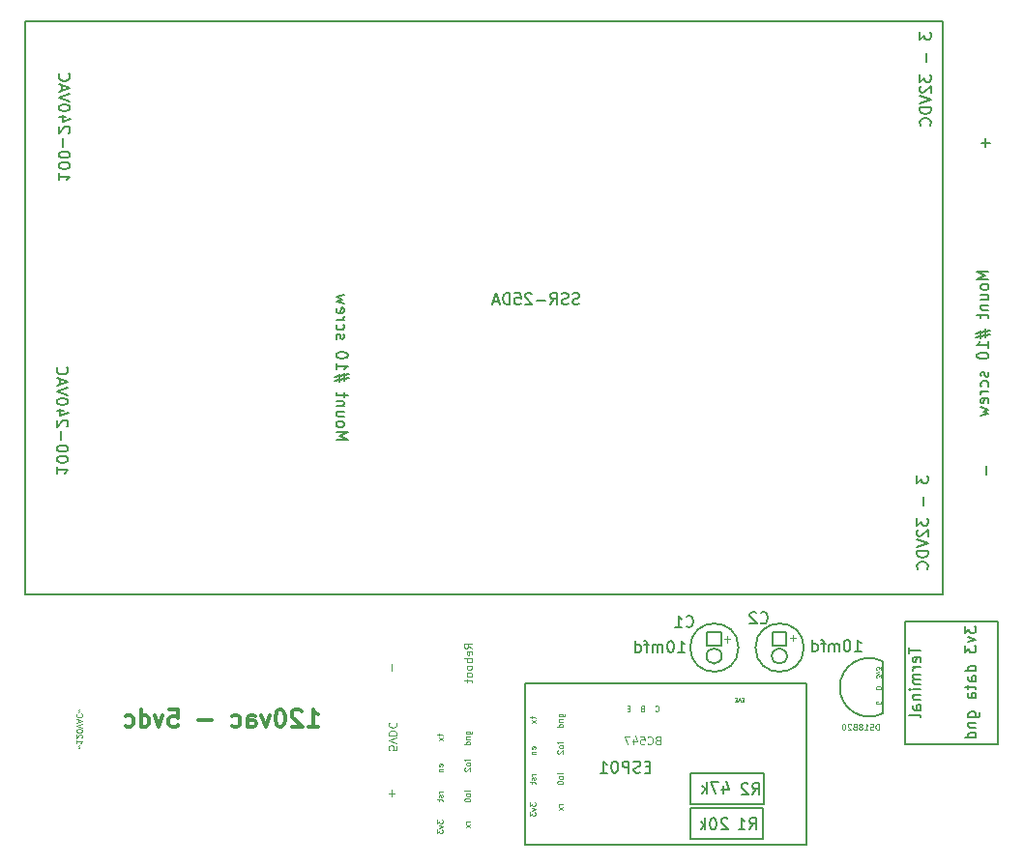
<source format=gbr>
%TF.GenerationSoftware,KiCad,Pcbnew,(6.0.0)*%
%TF.CreationDate,2022-04-24T16:41:59-07:00*%
%TF.ProjectId,Attic_Fan_Controller,41747469-635f-4466-916e-5f436f6e7472,rev?*%
%TF.SameCoordinates,Original*%
%TF.FileFunction,Legend,Bot*%
%TF.FilePolarity,Positive*%
%FSLAX46Y46*%
G04 Gerber Fmt 4.6, Leading zero omitted, Abs format (unit mm)*
G04 Created by KiCad (PCBNEW (6.0.0)) date 2022-04-24 16:41:59*
%MOMM*%
%LPD*%
G01*
G04 APERTURE LIST*
%ADD10C,0.150000*%
%ADD11C,0.200000*%
%ADD12C,0.101600*%
%ADD13C,0.100000*%
%ADD14C,0.300000*%
%ADD15C,0.040000*%
%ADD16C,0.050000*%
%ADD17C,0.090000*%
G04 APERTURE END LIST*
D10*
X77206000Y-83914000D02*
X83566000Y-83914000D01*
X83566000Y-83914000D02*
X83566000Y-86614000D01*
X83566000Y-86614000D02*
X77206000Y-86614000D01*
X77206000Y-86614000D02*
X77206000Y-83914000D01*
X87107602Y-69875400D02*
G75*
G03*
X87107602Y-69875400I-2113701J0D01*
G01*
X93988240Y-71060350D02*
G75*
G03*
X93988240Y-75640350I-1163209J-2290000D01*
G01*
X62686000Y-87122000D02*
X87376000Y-87122000D01*
X87376000Y-87122000D02*
X87376000Y-72996000D01*
X87376000Y-72996000D02*
X62686000Y-72996000D01*
X62686000Y-72996000D02*
X62686000Y-87122000D01*
X85578101Y-68503800D02*
X84333501Y-68503800D01*
X84333501Y-68503800D02*
X84333501Y-69723000D01*
X84333501Y-69723000D02*
X85578101Y-69723000D01*
X85578101Y-69723000D02*
X85578101Y-68503800D01*
X79912782Y-70607619D02*
G75*
G03*
X79912782Y-70607619I-664782J0D01*
G01*
D11*
X104140000Y-67564000D02*
X96012000Y-67564000D01*
X96012000Y-67564000D02*
X96012000Y-78359000D01*
X96012000Y-78359000D02*
X104140000Y-78359000D01*
X104140000Y-78359000D02*
X104140000Y-67564000D01*
D10*
X81387101Y-69871019D02*
G75*
G03*
X81387101Y-69871019I-2113701J0D01*
G01*
X85633283Y-70612000D02*
G75*
G03*
X85633283Y-70612000I-664782J0D01*
G01*
X18934000Y-14986000D02*
X99314000Y-14986000D01*
X99314000Y-14986000D02*
X99314000Y-65236000D01*
X99314000Y-65236000D02*
X18934000Y-65236000D01*
X18934000Y-65236000D02*
X18934000Y-14986000D01*
X79857600Y-68499419D02*
X78613000Y-68499419D01*
X78613000Y-68499419D02*
X78613000Y-69718619D01*
X78613000Y-69718619D02*
X79857600Y-69718619D01*
X79857600Y-69718619D02*
X79857600Y-68499419D01*
X94018240Y-71090350D02*
X94028240Y-75610350D01*
X77211000Y-80899000D02*
X83571000Y-80899000D01*
X83571000Y-80899000D02*
X83571000Y-83599000D01*
X83571000Y-83599000D02*
X77211000Y-83599000D01*
X77211000Y-83599000D02*
X77211000Y-80899000D01*
D12*
X93671571Y-77064809D02*
X93671571Y-76556809D01*
X93550619Y-76556809D01*
X93478047Y-76581000D01*
X93429666Y-76629380D01*
X93405476Y-76677761D01*
X93381285Y-76774523D01*
X93381285Y-76847095D01*
X93405476Y-76943857D01*
X93429666Y-76992238D01*
X93478047Y-77040619D01*
X93550619Y-77064809D01*
X93671571Y-77064809D01*
X93187761Y-77040619D02*
X93115190Y-77064809D01*
X92994238Y-77064809D01*
X92945857Y-77040619D01*
X92921666Y-77016428D01*
X92897476Y-76968047D01*
X92897476Y-76919666D01*
X92921666Y-76871285D01*
X92945857Y-76847095D01*
X92994238Y-76822904D01*
X93091000Y-76798714D01*
X93139380Y-76774523D01*
X93163571Y-76750333D01*
X93187761Y-76701952D01*
X93187761Y-76653571D01*
X93163571Y-76605190D01*
X93139380Y-76581000D01*
X93091000Y-76556809D01*
X92970047Y-76556809D01*
X92897476Y-76581000D01*
X92413666Y-77064809D02*
X92703952Y-77064809D01*
X92558809Y-77064809D02*
X92558809Y-76556809D01*
X92607190Y-76629380D01*
X92655571Y-76677761D01*
X92703952Y-76701952D01*
X92123380Y-76774523D02*
X92171761Y-76750333D01*
X92195952Y-76726142D01*
X92220142Y-76677761D01*
X92220142Y-76653571D01*
X92195952Y-76605190D01*
X92171761Y-76581000D01*
X92123380Y-76556809D01*
X92026619Y-76556809D01*
X91978238Y-76581000D01*
X91954047Y-76605190D01*
X91929857Y-76653571D01*
X91929857Y-76677761D01*
X91954047Y-76726142D01*
X91978238Y-76750333D01*
X92026619Y-76774523D01*
X92123380Y-76774523D01*
X92171761Y-76798714D01*
X92195952Y-76822904D01*
X92220142Y-76871285D01*
X92220142Y-76968047D01*
X92195952Y-77016428D01*
X92171761Y-77040619D01*
X92123380Y-77064809D01*
X92026619Y-77064809D01*
X91978238Y-77040619D01*
X91954047Y-77016428D01*
X91929857Y-76968047D01*
X91929857Y-76871285D01*
X91954047Y-76822904D01*
X91978238Y-76798714D01*
X92026619Y-76774523D01*
X91542809Y-76798714D02*
X91470238Y-76822904D01*
X91446047Y-76847095D01*
X91421857Y-76895476D01*
X91421857Y-76968047D01*
X91446047Y-77016428D01*
X91470238Y-77040619D01*
X91518619Y-77064809D01*
X91712142Y-77064809D01*
X91712142Y-76556809D01*
X91542809Y-76556809D01*
X91494428Y-76581000D01*
X91470238Y-76605190D01*
X91446047Y-76653571D01*
X91446047Y-76701952D01*
X91470238Y-76750333D01*
X91494428Y-76774523D01*
X91542809Y-76798714D01*
X91712142Y-76798714D01*
X91228333Y-76605190D02*
X91204142Y-76581000D01*
X91155761Y-76556809D01*
X91034809Y-76556809D01*
X90986428Y-76581000D01*
X90962238Y-76605190D01*
X90938047Y-76653571D01*
X90938047Y-76701952D01*
X90962238Y-76774523D01*
X91252523Y-77064809D01*
X90938047Y-77064809D01*
X90623571Y-76556809D02*
X90575190Y-76556809D01*
X90526809Y-76581000D01*
X90502619Y-76605190D01*
X90478428Y-76653571D01*
X90454238Y-76750333D01*
X90454238Y-76871285D01*
X90478428Y-76968047D01*
X90502619Y-77016428D01*
X90526809Y-77040619D01*
X90575190Y-77064809D01*
X90623571Y-77064809D01*
X90671952Y-77040619D01*
X90696142Y-77016428D01*
X90720333Y-76968047D01*
X90744523Y-76871285D01*
X90744523Y-76750333D01*
X90720333Y-76653571D01*
X90696142Y-76605190D01*
X90671952Y-76581000D01*
X90623571Y-76556809D01*
D13*
X80098933Y-69138000D02*
X80632266Y-69138000D01*
X80365600Y-69404666D02*
X80365600Y-68871333D01*
D10*
X91562038Y-70200780D02*
X92133466Y-70200780D01*
X91847752Y-70200780D02*
X91847752Y-69200780D01*
X91942990Y-69343638D01*
X92038228Y-69438876D01*
X92133466Y-69486495D01*
X90942990Y-69200780D02*
X90847752Y-69200780D01*
X90752514Y-69248400D01*
X90704895Y-69296019D01*
X90657276Y-69391257D01*
X90609657Y-69581733D01*
X90609657Y-69819828D01*
X90657276Y-70010304D01*
X90704895Y-70105542D01*
X90752514Y-70153161D01*
X90847752Y-70200780D01*
X90942990Y-70200780D01*
X91038228Y-70153161D01*
X91085847Y-70105542D01*
X91133466Y-70010304D01*
X91181085Y-69819828D01*
X91181085Y-69581733D01*
X91133466Y-69391257D01*
X91085847Y-69296019D01*
X91038228Y-69248400D01*
X90942990Y-69200780D01*
X90181085Y-70200780D02*
X90181085Y-69534114D01*
X90181085Y-69629352D02*
X90133466Y-69581733D01*
X90038228Y-69534114D01*
X89895371Y-69534114D01*
X89800133Y-69581733D01*
X89752514Y-69676971D01*
X89752514Y-70200780D01*
X89752514Y-69676971D02*
X89704895Y-69581733D01*
X89609657Y-69534114D01*
X89466800Y-69534114D01*
X89371561Y-69581733D01*
X89323942Y-69676971D01*
X89323942Y-70200780D01*
X88990609Y-69534114D02*
X88609657Y-69534114D01*
X88847752Y-70200780D02*
X88847752Y-69343638D01*
X88800133Y-69248400D01*
X88704895Y-69200780D01*
X88609657Y-69200780D01*
X87847752Y-70200780D02*
X87847752Y-69200780D01*
X87847752Y-70153161D02*
X87942990Y-70200780D01*
X88133466Y-70200780D01*
X88228704Y-70153161D01*
X88276323Y-70105542D01*
X88323942Y-70010304D01*
X88323942Y-69724590D01*
X88276323Y-69629352D01*
X88228704Y-69581733D01*
X88133466Y-69534114D01*
X87942990Y-69534114D01*
X87847752Y-69581733D01*
D13*
X74299600Y-77978800D02*
X74199600Y-78012133D01*
X74166266Y-78045466D01*
X74132933Y-78112133D01*
X74132933Y-78212133D01*
X74166266Y-78278800D01*
X74199600Y-78312133D01*
X74266266Y-78345466D01*
X74532933Y-78345466D01*
X74532933Y-77645466D01*
X74299600Y-77645466D01*
X74232933Y-77678800D01*
X74199600Y-77712133D01*
X74166266Y-77778800D01*
X74166266Y-77845466D01*
X74199600Y-77912133D01*
X74232933Y-77945466D01*
X74299600Y-77978800D01*
X74532933Y-77978800D01*
X73432933Y-78278800D02*
X73466266Y-78312133D01*
X73566266Y-78345466D01*
X73632933Y-78345466D01*
X73732933Y-78312133D01*
X73799600Y-78245466D01*
X73832933Y-78178800D01*
X73866266Y-78045466D01*
X73866266Y-77945466D01*
X73832933Y-77812133D01*
X73799600Y-77745466D01*
X73732933Y-77678800D01*
X73632933Y-77645466D01*
X73566266Y-77645466D01*
X73466266Y-77678800D01*
X73432933Y-77712133D01*
X72799600Y-77645466D02*
X73132933Y-77645466D01*
X73166266Y-77978800D01*
X73132933Y-77945466D01*
X73066266Y-77912133D01*
X72899600Y-77912133D01*
X72832933Y-77945466D01*
X72799600Y-77978800D01*
X72766266Y-78045466D01*
X72766266Y-78212133D01*
X72799600Y-78278800D01*
X72832933Y-78312133D01*
X72899600Y-78345466D01*
X73066266Y-78345466D01*
X73132933Y-78312133D01*
X73166266Y-78278800D01*
X72166266Y-77878800D02*
X72166266Y-78345466D01*
X72332933Y-77612133D02*
X72499600Y-78112133D01*
X72066266Y-78112133D01*
X71866266Y-77645466D02*
X71399600Y-77645466D01*
X71699600Y-78345466D01*
D10*
X76798466Y-67997342D02*
X76846085Y-68044961D01*
X76988942Y-68092580D01*
X77084180Y-68092580D01*
X77227038Y-68044961D01*
X77322276Y-67949723D01*
X77369895Y-67854485D01*
X77417514Y-67664009D01*
X77417514Y-67521152D01*
X77369895Y-67330676D01*
X77322276Y-67235438D01*
X77227038Y-67140200D01*
X77084180Y-67092580D01*
X76988942Y-67092580D01*
X76846085Y-67140200D01*
X76798466Y-67187819D01*
X75846085Y-68092580D02*
X76417514Y-68092580D01*
X76131800Y-68092580D02*
X76131800Y-67092580D01*
X76227038Y-67235438D01*
X76322276Y-67330676D01*
X76417514Y-67378295D01*
D14*
X43690228Y-76802371D02*
X44547371Y-76802371D01*
X44118800Y-76802371D02*
X44118800Y-75302371D01*
X44261657Y-75516657D01*
X44404514Y-75659514D01*
X44547371Y-75730942D01*
X43118800Y-75445228D02*
X43047371Y-75373800D01*
X42904514Y-75302371D01*
X42547371Y-75302371D01*
X42404514Y-75373800D01*
X42333085Y-75445228D01*
X42261657Y-75588085D01*
X42261657Y-75730942D01*
X42333085Y-75945228D01*
X43190228Y-76802371D01*
X42261657Y-76802371D01*
X41333085Y-75302371D02*
X41190228Y-75302371D01*
X41047371Y-75373800D01*
X40975942Y-75445228D01*
X40904514Y-75588085D01*
X40833085Y-75873800D01*
X40833085Y-76230942D01*
X40904514Y-76516657D01*
X40975942Y-76659514D01*
X41047371Y-76730942D01*
X41190228Y-76802371D01*
X41333085Y-76802371D01*
X41475942Y-76730942D01*
X41547371Y-76659514D01*
X41618800Y-76516657D01*
X41690228Y-76230942D01*
X41690228Y-75873800D01*
X41618800Y-75588085D01*
X41547371Y-75445228D01*
X41475942Y-75373800D01*
X41333085Y-75302371D01*
X40333085Y-75802371D02*
X39975942Y-76802371D01*
X39618800Y-75802371D01*
X38404514Y-76802371D02*
X38404514Y-76016657D01*
X38475942Y-75873800D01*
X38618800Y-75802371D01*
X38904514Y-75802371D01*
X39047371Y-75873800D01*
X38404514Y-76730942D02*
X38547371Y-76802371D01*
X38904514Y-76802371D01*
X39047371Y-76730942D01*
X39118800Y-76588085D01*
X39118800Y-76445228D01*
X39047371Y-76302371D01*
X38904514Y-76230942D01*
X38547371Y-76230942D01*
X38404514Y-76159514D01*
X37047371Y-76730942D02*
X37190228Y-76802371D01*
X37475942Y-76802371D01*
X37618800Y-76730942D01*
X37690228Y-76659514D01*
X37761657Y-76516657D01*
X37761657Y-76088085D01*
X37690228Y-75945228D01*
X37618800Y-75873800D01*
X37475942Y-75802371D01*
X37190228Y-75802371D01*
X37047371Y-75873800D01*
X35261657Y-76230942D02*
X34118800Y-76230942D01*
X31547371Y-75302371D02*
X32261657Y-75302371D01*
X32333085Y-76016657D01*
X32261657Y-75945228D01*
X32118800Y-75873800D01*
X31761657Y-75873800D01*
X31618800Y-75945228D01*
X31547371Y-76016657D01*
X31475942Y-76159514D01*
X31475942Y-76516657D01*
X31547371Y-76659514D01*
X31618800Y-76730942D01*
X31761657Y-76802371D01*
X32118800Y-76802371D01*
X32261657Y-76730942D01*
X32333085Y-76659514D01*
X30975942Y-75802371D02*
X30618800Y-76802371D01*
X30261657Y-75802371D01*
X29047371Y-76802371D02*
X29047371Y-75302371D01*
X29047371Y-76730942D02*
X29190228Y-76802371D01*
X29475942Y-76802371D01*
X29618800Y-76730942D01*
X29690228Y-76659514D01*
X29761657Y-76516657D01*
X29761657Y-76088085D01*
X29690228Y-75945228D01*
X29618800Y-75873800D01*
X29475942Y-75802371D01*
X29190228Y-75802371D01*
X29047371Y-75873800D01*
X27690228Y-76730942D02*
X27833085Y-76802371D01*
X28118800Y-76802371D01*
X28261657Y-76730942D01*
X28333085Y-76659514D01*
X28404514Y-76516657D01*
X28404514Y-76088085D01*
X28333085Y-75945228D01*
X28261657Y-75873800D01*
X28118800Y-75802371D01*
X27833085Y-75802371D01*
X27690228Y-75873800D01*
D13*
X58050866Y-69937466D02*
X57717533Y-69704133D01*
X58050866Y-69537466D02*
X57350866Y-69537466D01*
X57350866Y-69804133D01*
X57384200Y-69870800D01*
X57417533Y-69904133D01*
X57484200Y-69937466D01*
X57584200Y-69937466D01*
X57650866Y-69904133D01*
X57684200Y-69870800D01*
X57717533Y-69804133D01*
X57717533Y-69537466D01*
X58017533Y-70504133D02*
X58050866Y-70437466D01*
X58050866Y-70304133D01*
X58017533Y-70237466D01*
X57950866Y-70204133D01*
X57684200Y-70204133D01*
X57617533Y-70237466D01*
X57584200Y-70304133D01*
X57584200Y-70437466D01*
X57617533Y-70504133D01*
X57684200Y-70537466D01*
X57750866Y-70537466D01*
X57817533Y-70204133D01*
X58050866Y-70837466D02*
X57350866Y-70837466D01*
X57617533Y-70837466D02*
X57584200Y-70904133D01*
X57584200Y-71037466D01*
X57617533Y-71104133D01*
X57650866Y-71137466D01*
X57717533Y-71170800D01*
X57917533Y-71170800D01*
X57984200Y-71137466D01*
X58017533Y-71104133D01*
X58050866Y-71037466D01*
X58050866Y-70904133D01*
X58017533Y-70837466D01*
X58050866Y-71570800D02*
X58017533Y-71504133D01*
X57984200Y-71470800D01*
X57917533Y-71437466D01*
X57717533Y-71437466D01*
X57650866Y-71470800D01*
X57617533Y-71504133D01*
X57584200Y-71570800D01*
X57584200Y-71670800D01*
X57617533Y-71737466D01*
X57650866Y-71770800D01*
X57717533Y-71804133D01*
X57917533Y-71804133D01*
X57984200Y-71770800D01*
X58017533Y-71737466D01*
X58050866Y-71670800D01*
X58050866Y-71570800D01*
X58050866Y-72204133D02*
X58017533Y-72137466D01*
X57984200Y-72104133D01*
X57917533Y-72070800D01*
X57717533Y-72070800D01*
X57650866Y-72104133D01*
X57617533Y-72137466D01*
X57584200Y-72204133D01*
X57584200Y-72304133D01*
X57617533Y-72370800D01*
X57650866Y-72404133D01*
X57717533Y-72437466D01*
X57917533Y-72437466D01*
X57984200Y-72404133D01*
X58017533Y-72370800D01*
X58050866Y-72304133D01*
X58050866Y-72204133D01*
X57584200Y-72637466D02*
X57584200Y-72904133D01*
X57350866Y-72737466D02*
X57950866Y-72737466D01*
X58017533Y-72770800D01*
X58050866Y-72837466D01*
X58050866Y-72904133D01*
D10*
X46182019Y-51650114D02*
X47182019Y-51650114D01*
X46467733Y-51316780D01*
X47182019Y-50983447D01*
X46182019Y-50983447D01*
X46182019Y-50364400D02*
X46229638Y-50459638D01*
X46277257Y-50507257D01*
X46372495Y-50554876D01*
X46658209Y-50554876D01*
X46753447Y-50507257D01*
X46801066Y-50459638D01*
X46848685Y-50364400D01*
X46848685Y-50221542D01*
X46801066Y-50126304D01*
X46753447Y-50078685D01*
X46658209Y-50031066D01*
X46372495Y-50031066D01*
X46277257Y-50078685D01*
X46229638Y-50126304D01*
X46182019Y-50221542D01*
X46182019Y-50364400D01*
X46848685Y-49173923D02*
X46182019Y-49173923D01*
X46848685Y-49602495D02*
X46324876Y-49602495D01*
X46229638Y-49554876D01*
X46182019Y-49459638D01*
X46182019Y-49316780D01*
X46229638Y-49221542D01*
X46277257Y-49173923D01*
X46848685Y-48697733D02*
X46182019Y-48697733D01*
X46753447Y-48697733D02*
X46801066Y-48650114D01*
X46848685Y-48554876D01*
X46848685Y-48412019D01*
X46801066Y-48316780D01*
X46705828Y-48269161D01*
X46182019Y-48269161D01*
X46848685Y-47935828D02*
X46848685Y-47554876D01*
X47182019Y-47792971D02*
X46324876Y-47792971D01*
X46229638Y-47745352D01*
X46182019Y-47650114D01*
X46182019Y-47554876D01*
X46848685Y-46507257D02*
X46848685Y-45792971D01*
X47277257Y-46221542D02*
X45991542Y-46507257D01*
X46420114Y-45888209D02*
X46420114Y-46602495D01*
X45991542Y-46173923D02*
X47277257Y-45888209D01*
X46182019Y-44935828D02*
X46182019Y-45507257D01*
X46182019Y-45221542D02*
X47182019Y-45221542D01*
X47039161Y-45316780D01*
X46943923Y-45412019D01*
X46896304Y-45507257D01*
X47182019Y-44316780D02*
X47182019Y-44221542D01*
X47134400Y-44126304D01*
X47086780Y-44078685D01*
X46991542Y-44031066D01*
X46801066Y-43983447D01*
X46562971Y-43983447D01*
X46372495Y-44031066D01*
X46277257Y-44078685D01*
X46229638Y-44126304D01*
X46182019Y-44221542D01*
X46182019Y-44316780D01*
X46229638Y-44412019D01*
X46277257Y-44459638D01*
X46372495Y-44507257D01*
X46562971Y-44554876D01*
X46801066Y-44554876D01*
X46991542Y-44507257D01*
X47086780Y-44459638D01*
X47134400Y-44412019D01*
X47182019Y-44316780D01*
X46229638Y-42840590D02*
X46182019Y-42745352D01*
X46182019Y-42554876D01*
X46229638Y-42459638D01*
X46324876Y-42412019D01*
X46372495Y-42412019D01*
X46467733Y-42459638D01*
X46515352Y-42554876D01*
X46515352Y-42697733D01*
X46562971Y-42792971D01*
X46658209Y-42840590D01*
X46705828Y-42840590D01*
X46801066Y-42792971D01*
X46848685Y-42697733D01*
X46848685Y-42554876D01*
X46801066Y-42459638D01*
X46229638Y-41554876D02*
X46182019Y-41650114D01*
X46182019Y-41840590D01*
X46229638Y-41935828D01*
X46277257Y-41983447D01*
X46372495Y-42031066D01*
X46658209Y-42031066D01*
X46753447Y-41983447D01*
X46801066Y-41935828D01*
X46848685Y-41840590D01*
X46848685Y-41650114D01*
X46801066Y-41554876D01*
X46182019Y-41126304D02*
X46848685Y-41126304D01*
X46658209Y-41126304D02*
X46753447Y-41078685D01*
X46801066Y-41031066D01*
X46848685Y-40935828D01*
X46848685Y-40840590D01*
X46229638Y-40126304D02*
X46182019Y-40221542D01*
X46182019Y-40412019D01*
X46229638Y-40507257D01*
X46324876Y-40554876D01*
X46705828Y-40554876D01*
X46801066Y-40507257D01*
X46848685Y-40412019D01*
X46848685Y-40221542D01*
X46801066Y-40126304D01*
X46705828Y-40078685D01*
X46610590Y-40078685D01*
X46515352Y-40554876D01*
X46848685Y-39745352D02*
X46182019Y-39554876D01*
X46658209Y-39364400D01*
X46182019Y-39173923D01*
X46848685Y-38983447D01*
X82589666Y-82748380D02*
X82923000Y-82272190D01*
X83161095Y-82748380D02*
X83161095Y-81748380D01*
X82780142Y-81748380D01*
X82684904Y-81796000D01*
X82637285Y-81843619D01*
X82589666Y-81938857D01*
X82589666Y-82081714D01*
X82637285Y-82176952D01*
X82684904Y-82224571D01*
X82780142Y-82272190D01*
X83161095Y-82272190D01*
X82208714Y-81843619D02*
X82161095Y-81796000D01*
X82065857Y-81748380D01*
X81827761Y-81748380D01*
X81732523Y-81796000D01*
X81684904Y-81843619D01*
X81637285Y-81938857D01*
X81637285Y-82034095D01*
X81684904Y-82176952D01*
X82256333Y-82748380D01*
X81637285Y-82748380D01*
D15*
X74108333Y-75413371D02*
X74132142Y-75437180D01*
X74203571Y-75460990D01*
X74251190Y-75460990D01*
X74322619Y-75437180D01*
X74370238Y-75389561D01*
X74394047Y-75341942D01*
X74417857Y-75246704D01*
X74417857Y-75175276D01*
X74394047Y-75080038D01*
X74370238Y-75032419D01*
X74322619Y-74984800D01*
X74251190Y-74960990D01*
X74203571Y-74960990D01*
X74132142Y-74984800D01*
X74108333Y-75008609D01*
X72965476Y-75199085D02*
X72894047Y-75222895D01*
X72870238Y-75246704D01*
X72846428Y-75294323D01*
X72846428Y-75365752D01*
X72870238Y-75413371D01*
X72894047Y-75437180D01*
X72941666Y-75460990D01*
X73132142Y-75460990D01*
X73132142Y-74960990D01*
X72965476Y-74960990D01*
X72917857Y-74984800D01*
X72894047Y-75008609D01*
X72870238Y-75056228D01*
X72870238Y-75103847D01*
X72894047Y-75151466D01*
X72917857Y-75175276D01*
X72965476Y-75199085D01*
X73132142Y-75199085D01*
X71870238Y-75199085D02*
X71703571Y-75199085D01*
X71632142Y-75460990D02*
X71870238Y-75460990D01*
X71870238Y-74960990D01*
X71632142Y-74960990D01*
D16*
X93824400Y-74593276D02*
X93843447Y-74631371D01*
X93843447Y-74688514D01*
X93824400Y-74745657D01*
X93786304Y-74783752D01*
X93748209Y-74802800D01*
X93672019Y-74821847D01*
X93614876Y-74821847D01*
X93538685Y-74802800D01*
X93500590Y-74783752D01*
X93462495Y-74745657D01*
X93443447Y-74688514D01*
X93443447Y-74650419D01*
X93462495Y-74593276D01*
X93481542Y-74574228D01*
X93614876Y-74574228D01*
X93614876Y-74650419D01*
X93443447Y-73488514D02*
X93843447Y-73488514D01*
X93843447Y-73393276D01*
X93824400Y-73336133D01*
X93786304Y-73298038D01*
X93748209Y-73278990D01*
X93672019Y-73259942D01*
X93614876Y-73259942D01*
X93538685Y-73278990D01*
X93500590Y-73298038D01*
X93462495Y-73336133D01*
X93443447Y-73393276D01*
X93443447Y-73488514D01*
X93843447Y-72517085D02*
X93843447Y-72269466D01*
X93691066Y-72402800D01*
X93691066Y-72345657D01*
X93672019Y-72307561D01*
X93652971Y-72288514D01*
X93614876Y-72269466D01*
X93519638Y-72269466D01*
X93481542Y-72288514D01*
X93462495Y-72307561D01*
X93443447Y-72345657D01*
X93443447Y-72459942D01*
X93462495Y-72498038D01*
X93481542Y-72517085D01*
X93710114Y-72136133D02*
X93443447Y-72040895D01*
X93710114Y-71945657D01*
X93843447Y-71831371D02*
X93843447Y-71583752D01*
X93691066Y-71717085D01*
X93691066Y-71659942D01*
X93672019Y-71621847D01*
X93652971Y-71602800D01*
X93614876Y-71583752D01*
X93519638Y-71583752D01*
X93481542Y-71602800D01*
X93462495Y-71621847D01*
X93443447Y-71659942D01*
X93443447Y-71774228D01*
X93462495Y-71812323D01*
X93481542Y-71831371D01*
D13*
X51029400Y-82881066D02*
X51029400Y-82347733D01*
X50762733Y-82614400D02*
X51296066Y-82614400D01*
X51462733Y-78481066D02*
X51462733Y-78814400D01*
X51129400Y-78847733D01*
X51162733Y-78814400D01*
X51196066Y-78747733D01*
X51196066Y-78581066D01*
X51162733Y-78514400D01*
X51129400Y-78481066D01*
X51062733Y-78447733D01*
X50896066Y-78447733D01*
X50829400Y-78481066D01*
X50796066Y-78514400D01*
X50762733Y-78581066D01*
X50762733Y-78747733D01*
X50796066Y-78814400D01*
X50829400Y-78847733D01*
X51462733Y-78247733D02*
X50762733Y-78014400D01*
X51462733Y-77781066D01*
X50762733Y-77547733D02*
X51462733Y-77547733D01*
X51462733Y-77381066D01*
X51429400Y-77281066D01*
X51362733Y-77214400D01*
X51296066Y-77181066D01*
X51162733Y-77147733D01*
X51062733Y-77147733D01*
X50929400Y-77181066D01*
X50862733Y-77214400D01*
X50796066Y-77281066D01*
X50762733Y-77381066D01*
X50762733Y-77547733D01*
X50829400Y-76447733D02*
X50796066Y-76481066D01*
X50762733Y-76581066D01*
X50762733Y-76647733D01*
X50796066Y-76747733D01*
X50862733Y-76814400D01*
X50929400Y-76847733D01*
X51062733Y-76881066D01*
X51162733Y-76881066D01*
X51296066Y-76847733D01*
X51362733Y-76814400D01*
X51429400Y-76747733D01*
X51462733Y-76647733D01*
X51462733Y-76581066D01*
X51429400Y-76481066D01*
X51396066Y-76447733D01*
X51029400Y-71881066D02*
X51029400Y-71347733D01*
X85864733Y-69036400D02*
X86398066Y-69036400D01*
X86131400Y-69303066D02*
X86131400Y-68769733D01*
D10*
X83326266Y-67667142D02*
X83373885Y-67714761D01*
X83516742Y-67762380D01*
X83611980Y-67762380D01*
X83754838Y-67714761D01*
X83850076Y-67619523D01*
X83897695Y-67524285D01*
X83945314Y-67333809D01*
X83945314Y-67190952D01*
X83897695Y-67000476D01*
X83850076Y-66905238D01*
X83754838Y-66810000D01*
X83611980Y-66762380D01*
X83516742Y-66762380D01*
X83373885Y-66810000D01*
X83326266Y-66857619D01*
X82945314Y-66857619D02*
X82897695Y-66810000D01*
X82802457Y-66762380D01*
X82564361Y-66762380D01*
X82469123Y-66810000D01*
X82421504Y-66857619D01*
X82373885Y-66952857D01*
X82373885Y-67048095D01*
X82421504Y-67190952D01*
X82992933Y-67762380D01*
X82373885Y-67762380D01*
X76093438Y-70276980D02*
X76664866Y-70276980D01*
X76379152Y-70276980D02*
X76379152Y-69276980D01*
X76474390Y-69419838D01*
X76569628Y-69515076D01*
X76664866Y-69562695D01*
X75474390Y-69276980D02*
X75379152Y-69276980D01*
X75283914Y-69324600D01*
X75236295Y-69372219D01*
X75188676Y-69467457D01*
X75141057Y-69657933D01*
X75141057Y-69896028D01*
X75188676Y-70086504D01*
X75236295Y-70181742D01*
X75283914Y-70229361D01*
X75379152Y-70276980D01*
X75474390Y-70276980D01*
X75569628Y-70229361D01*
X75617247Y-70181742D01*
X75664866Y-70086504D01*
X75712485Y-69896028D01*
X75712485Y-69657933D01*
X75664866Y-69467457D01*
X75617247Y-69372219D01*
X75569628Y-69324600D01*
X75474390Y-69276980D01*
X74712485Y-70276980D02*
X74712485Y-69610314D01*
X74712485Y-69705552D02*
X74664866Y-69657933D01*
X74569628Y-69610314D01*
X74426771Y-69610314D01*
X74331533Y-69657933D01*
X74283914Y-69753171D01*
X74283914Y-70276980D01*
X74283914Y-69753171D02*
X74236295Y-69657933D01*
X74141057Y-69610314D01*
X73998200Y-69610314D01*
X73902961Y-69657933D01*
X73855342Y-69753171D01*
X73855342Y-70276980D01*
X73522009Y-69610314D02*
X73141057Y-69610314D01*
X73379152Y-70276980D02*
X73379152Y-69419838D01*
X73331533Y-69324600D01*
X73236295Y-69276980D01*
X73141057Y-69276980D01*
X72379152Y-70276980D02*
X72379152Y-69276980D01*
X72379152Y-70229361D02*
X72474390Y-70276980D01*
X72664866Y-70276980D01*
X72760104Y-70229361D01*
X72807723Y-70181742D01*
X72855342Y-70086504D01*
X72855342Y-69800790D01*
X72807723Y-69705552D01*
X72760104Y-69657933D01*
X72664866Y-69610314D01*
X72474390Y-69610314D01*
X72379152Y-69657933D01*
D16*
X55137857Y-77407047D02*
X55137857Y-77597523D01*
X54971190Y-77478476D02*
X55399761Y-77478476D01*
X55447380Y-77502285D01*
X55471190Y-77549904D01*
X55471190Y-77597523D01*
X55471190Y-77716571D02*
X55137857Y-77978476D01*
X55137857Y-77716571D02*
X55471190Y-77978476D01*
X55447380Y-80264190D02*
X55471190Y-80216571D01*
X55471190Y-80121333D01*
X55447380Y-80073714D01*
X55399761Y-80049904D01*
X55209285Y-80049904D01*
X55161666Y-80073714D01*
X55137857Y-80121333D01*
X55137857Y-80216571D01*
X55161666Y-80264190D01*
X55209285Y-80288000D01*
X55256904Y-80288000D01*
X55304523Y-80049904D01*
X55137857Y-80502285D02*
X55471190Y-80502285D01*
X55185476Y-80502285D02*
X55161666Y-80526095D01*
X55137857Y-80573714D01*
X55137857Y-80645142D01*
X55161666Y-80692761D01*
X55209285Y-80716571D01*
X55471190Y-80716571D01*
X55471190Y-82478476D02*
X55137857Y-82478476D01*
X55233095Y-82478476D02*
X55185476Y-82502285D01*
X55161666Y-82526095D01*
X55137857Y-82573714D01*
X55137857Y-82621333D01*
X55447380Y-82764190D02*
X55471190Y-82811809D01*
X55471190Y-82907047D01*
X55447380Y-82954666D01*
X55399761Y-82978476D01*
X55375952Y-82978476D01*
X55328333Y-82954666D01*
X55304523Y-82907047D01*
X55304523Y-82835619D01*
X55280714Y-82788000D01*
X55233095Y-82764190D01*
X55209285Y-82764190D01*
X55161666Y-82788000D01*
X55137857Y-82835619D01*
X55137857Y-82907047D01*
X55161666Y-82954666D01*
X55137857Y-83121333D02*
X55137857Y-83311809D01*
X54971190Y-83192761D02*
X55399761Y-83192761D01*
X55447380Y-83216571D01*
X55471190Y-83264190D01*
X55471190Y-83311809D01*
X54971190Y-84954666D02*
X54971190Y-85264190D01*
X55161666Y-85097523D01*
X55161666Y-85168952D01*
X55185476Y-85216571D01*
X55209285Y-85240380D01*
X55256904Y-85264190D01*
X55375952Y-85264190D01*
X55423571Y-85240380D01*
X55447380Y-85216571D01*
X55471190Y-85168952D01*
X55471190Y-85026095D01*
X55447380Y-84978476D01*
X55423571Y-84954666D01*
X55137857Y-85430857D02*
X55471190Y-85549904D01*
X55137857Y-85668952D01*
X54971190Y-85811809D02*
X54971190Y-86121333D01*
X55161666Y-85954666D01*
X55161666Y-86026095D01*
X55185476Y-86073714D01*
X55209285Y-86097523D01*
X55256904Y-86121333D01*
X55375952Y-86121333D01*
X55423571Y-86097523D01*
X55447380Y-86073714D01*
X55471190Y-86026095D01*
X55471190Y-85883238D01*
X55447380Y-85835619D01*
X55423571Y-85811809D01*
X81086371Y-74586285D02*
X81272085Y-74586285D01*
X81172085Y-74472000D01*
X81214942Y-74472000D01*
X81243514Y-74457714D01*
X81257800Y-74443428D01*
X81272085Y-74414857D01*
X81272085Y-74343428D01*
X81257800Y-74314857D01*
X81243514Y-74300571D01*
X81214942Y-74286285D01*
X81129228Y-74286285D01*
X81100657Y-74300571D01*
X81086371Y-74314857D01*
X81357800Y-74586285D02*
X81457800Y-74286285D01*
X81557800Y-74586285D01*
X81629228Y-74586285D02*
X81814942Y-74586285D01*
X81714942Y-74472000D01*
X81757800Y-74472000D01*
X81786371Y-74457714D01*
X81800657Y-74443428D01*
X81814942Y-74414857D01*
X81814942Y-74343428D01*
X81800657Y-74314857D01*
X81786371Y-74300571D01*
X81757800Y-74286285D01*
X81672085Y-74286285D01*
X81643514Y-74300571D01*
X81629228Y-74314857D01*
D10*
X97242380Y-15970761D02*
X97242380Y-16589809D01*
X97623333Y-16256476D01*
X97623333Y-16399333D01*
X97670952Y-16494571D01*
X97718571Y-16542190D01*
X97813809Y-16589809D01*
X98051904Y-16589809D01*
X98147142Y-16542190D01*
X98194761Y-16494571D01*
X98242380Y-16399333D01*
X98242380Y-16113619D01*
X98194761Y-16018380D01*
X98147142Y-15970761D01*
X97861428Y-17780285D02*
X97861428Y-18542190D01*
X97242380Y-19685047D02*
X97242380Y-20304095D01*
X97623333Y-19970761D01*
X97623333Y-20113619D01*
X97670952Y-20208857D01*
X97718571Y-20256476D01*
X97813809Y-20304095D01*
X98051904Y-20304095D01*
X98147142Y-20256476D01*
X98194761Y-20208857D01*
X98242380Y-20113619D01*
X98242380Y-19827904D01*
X98194761Y-19732666D01*
X98147142Y-19685047D01*
X97337619Y-20685047D02*
X97290000Y-20732666D01*
X97242380Y-20827904D01*
X97242380Y-21066000D01*
X97290000Y-21161238D01*
X97337619Y-21208857D01*
X97432857Y-21256476D01*
X97528095Y-21256476D01*
X97670952Y-21208857D01*
X98242380Y-20637428D01*
X98242380Y-21256476D01*
X97242380Y-21542190D02*
X98242380Y-21875523D01*
X97242380Y-22208857D01*
X98242380Y-22542190D02*
X97242380Y-22542190D01*
X97242380Y-22780285D01*
X97290000Y-22923142D01*
X97385238Y-23018380D01*
X97480476Y-23066000D01*
X97670952Y-23113619D01*
X97813809Y-23113619D01*
X98004285Y-23066000D01*
X98099523Y-23018380D01*
X98194761Y-22923142D01*
X98242380Y-22780285D01*
X98242380Y-22542190D01*
X98147142Y-24113619D02*
X98194761Y-24066000D01*
X98242380Y-23923142D01*
X98242380Y-23827904D01*
X98194761Y-23685047D01*
X98099523Y-23589809D01*
X98004285Y-23542190D01*
X97813809Y-23494571D01*
X97670952Y-23494571D01*
X97480476Y-23542190D01*
X97385238Y-23589809D01*
X97290000Y-23685047D01*
X97242380Y-23827904D01*
X97242380Y-23923142D01*
X97290000Y-24066000D01*
X97337619Y-24113619D01*
X96351380Y-69829261D02*
X96351380Y-70400690D01*
X97351380Y-70114976D02*
X96351380Y-70114976D01*
X97303761Y-71114976D02*
X97351380Y-71019738D01*
X97351380Y-70829261D01*
X97303761Y-70734023D01*
X97208523Y-70686404D01*
X96827571Y-70686404D01*
X96732333Y-70734023D01*
X96684714Y-70829261D01*
X96684714Y-71019738D01*
X96732333Y-71114976D01*
X96827571Y-71162595D01*
X96922809Y-71162595D01*
X97018047Y-70686404D01*
X97351380Y-71591166D02*
X96684714Y-71591166D01*
X96875190Y-71591166D02*
X96779952Y-71638785D01*
X96732333Y-71686404D01*
X96684714Y-71781642D01*
X96684714Y-71876880D01*
X97351380Y-72210214D02*
X96684714Y-72210214D01*
X96779952Y-72210214D02*
X96732333Y-72257833D01*
X96684714Y-72353071D01*
X96684714Y-72495928D01*
X96732333Y-72591166D01*
X96827571Y-72638785D01*
X97351380Y-72638785D01*
X96827571Y-72638785D02*
X96732333Y-72686404D01*
X96684714Y-72781642D01*
X96684714Y-72924500D01*
X96732333Y-73019738D01*
X96827571Y-73067357D01*
X97351380Y-73067357D01*
X97351380Y-73543547D02*
X96684714Y-73543547D01*
X96351380Y-73543547D02*
X96399000Y-73495928D01*
X96446619Y-73543547D01*
X96399000Y-73591166D01*
X96351380Y-73543547D01*
X96446619Y-73543547D01*
X96684714Y-74019738D02*
X97351380Y-74019738D01*
X96779952Y-74019738D02*
X96732333Y-74067357D01*
X96684714Y-74162595D01*
X96684714Y-74305452D01*
X96732333Y-74400690D01*
X96827571Y-74448309D01*
X97351380Y-74448309D01*
X97351380Y-75353071D02*
X96827571Y-75353071D01*
X96732333Y-75305452D01*
X96684714Y-75210214D01*
X96684714Y-75019738D01*
X96732333Y-74924500D01*
X97303761Y-75353071D02*
X97351380Y-75257833D01*
X97351380Y-75019738D01*
X97303761Y-74924500D01*
X97208523Y-74876880D01*
X97113285Y-74876880D01*
X97018047Y-74924500D01*
X96970428Y-75019738D01*
X96970428Y-75257833D01*
X96922809Y-75353071D01*
X97351380Y-75972119D02*
X97303761Y-75876880D01*
X97208523Y-75829261D01*
X96351380Y-75829261D01*
X101181380Y-67972119D02*
X101181380Y-68591166D01*
X101562333Y-68257833D01*
X101562333Y-68400690D01*
X101609952Y-68495928D01*
X101657571Y-68543547D01*
X101752809Y-68591166D01*
X101990904Y-68591166D01*
X102086142Y-68543547D01*
X102133761Y-68495928D01*
X102181380Y-68400690D01*
X102181380Y-68114976D01*
X102133761Y-68019738D01*
X102086142Y-67972119D01*
X101514714Y-68924500D02*
X102181380Y-69162595D01*
X101514714Y-69400690D01*
X101181380Y-69686404D02*
X101181380Y-70305452D01*
X101562333Y-69972119D01*
X101562333Y-70114976D01*
X101609952Y-70210214D01*
X101657571Y-70257833D01*
X101752809Y-70305452D01*
X101990904Y-70305452D01*
X102086142Y-70257833D01*
X102133761Y-70210214D01*
X102181380Y-70114976D01*
X102181380Y-69829261D01*
X102133761Y-69734023D01*
X102086142Y-69686404D01*
X102181380Y-71924500D02*
X101181380Y-71924500D01*
X102133761Y-71924500D02*
X102181380Y-71829261D01*
X102181380Y-71638785D01*
X102133761Y-71543547D01*
X102086142Y-71495928D01*
X101990904Y-71448309D01*
X101705190Y-71448309D01*
X101609952Y-71495928D01*
X101562333Y-71543547D01*
X101514714Y-71638785D01*
X101514714Y-71829261D01*
X101562333Y-71924500D01*
X102181380Y-72829261D02*
X101657571Y-72829261D01*
X101562333Y-72781642D01*
X101514714Y-72686404D01*
X101514714Y-72495928D01*
X101562333Y-72400690D01*
X102133761Y-72829261D02*
X102181380Y-72734023D01*
X102181380Y-72495928D01*
X102133761Y-72400690D01*
X102038523Y-72353071D01*
X101943285Y-72353071D01*
X101848047Y-72400690D01*
X101800428Y-72495928D01*
X101800428Y-72734023D01*
X101752809Y-72829261D01*
X101514714Y-73162595D02*
X101514714Y-73543547D01*
X101181380Y-73305452D02*
X102038523Y-73305452D01*
X102133761Y-73353071D01*
X102181380Y-73448309D01*
X102181380Y-73543547D01*
X102181380Y-74305452D02*
X101657571Y-74305452D01*
X101562333Y-74257833D01*
X101514714Y-74162595D01*
X101514714Y-73972119D01*
X101562333Y-73876880D01*
X102133761Y-74305452D02*
X102181380Y-74210214D01*
X102181380Y-73972119D01*
X102133761Y-73876880D01*
X102038523Y-73829261D01*
X101943285Y-73829261D01*
X101848047Y-73876880D01*
X101800428Y-73972119D01*
X101800428Y-74210214D01*
X101752809Y-74305452D01*
X101514714Y-75972119D02*
X102324238Y-75972119D01*
X102419476Y-75924500D01*
X102467095Y-75876880D01*
X102514714Y-75781642D01*
X102514714Y-75638785D01*
X102467095Y-75543547D01*
X102133761Y-75972119D02*
X102181380Y-75876880D01*
X102181380Y-75686404D01*
X102133761Y-75591166D01*
X102086142Y-75543547D01*
X101990904Y-75495928D01*
X101705190Y-75495928D01*
X101609952Y-75543547D01*
X101562333Y-75591166D01*
X101514714Y-75686404D01*
X101514714Y-75876880D01*
X101562333Y-75972119D01*
X101514714Y-76448309D02*
X102181380Y-76448309D01*
X101609952Y-76448309D02*
X101562333Y-76495928D01*
X101514714Y-76591166D01*
X101514714Y-76734023D01*
X101562333Y-76829261D01*
X101657571Y-76876880D01*
X102181380Y-76876880D01*
X102181380Y-77781642D02*
X101181380Y-77781642D01*
X102133761Y-77781642D02*
X102181380Y-77686404D01*
X102181380Y-77495928D01*
X102133761Y-77400690D01*
X102086142Y-77353071D01*
X101990904Y-77305452D01*
X101705190Y-77305452D01*
X101609952Y-77353071D01*
X101562333Y-77400690D01*
X101514714Y-77495928D01*
X101514714Y-77686404D01*
X101562333Y-77781642D01*
D17*
X23611685Y-78664380D02*
X23635495Y-78640571D01*
X23659304Y-78592952D01*
X23611685Y-78497714D01*
X23635495Y-78450095D01*
X23659304Y-78426285D01*
X23421209Y-77973904D02*
X23421209Y-78259619D01*
X23421209Y-78116761D02*
X23921209Y-78116761D01*
X23849780Y-78164380D01*
X23802161Y-78212000D01*
X23778352Y-78259619D01*
X23873590Y-77783428D02*
X23897400Y-77759619D01*
X23921209Y-77712000D01*
X23921209Y-77592952D01*
X23897400Y-77545333D01*
X23873590Y-77521523D01*
X23825971Y-77497714D01*
X23778352Y-77497714D01*
X23706923Y-77521523D01*
X23421209Y-77807238D01*
X23421209Y-77497714D01*
X23921209Y-77188190D02*
X23921209Y-77140571D01*
X23897400Y-77092952D01*
X23873590Y-77069142D01*
X23825971Y-77045333D01*
X23730733Y-77021523D01*
X23611685Y-77021523D01*
X23516447Y-77045333D01*
X23468828Y-77069142D01*
X23445019Y-77092952D01*
X23421209Y-77140571D01*
X23421209Y-77188190D01*
X23445019Y-77235809D01*
X23468828Y-77259619D01*
X23516447Y-77283428D01*
X23611685Y-77307238D01*
X23730733Y-77307238D01*
X23825971Y-77283428D01*
X23873590Y-77259619D01*
X23897400Y-77235809D01*
X23921209Y-77188190D01*
X23921209Y-76878666D02*
X23421209Y-76712000D01*
X23921209Y-76545333D01*
X23564066Y-76402476D02*
X23564066Y-76164380D01*
X23421209Y-76450095D02*
X23921209Y-76283428D01*
X23421209Y-76116761D01*
X23468828Y-75664380D02*
X23445019Y-75688190D01*
X23421209Y-75759619D01*
X23421209Y-75807238D01*
X23445019Y-75878666D01*
X23492638Y-75926285D01*
X23540257Y-75950095D01*
X23635495Y-75973904D01*
X23706923Y-75973904D01*
X23802161Y-75950095D01*
X23849780Y-75926285D01*
X23897400Y-75878666D01*
X23921209Y-75807238D01*
X23921209Y-75759619D01*
X23897400Y-75688190D01*
X23873590Y-75664380D01*
X23611685Y-75521523D02*
X23635495Y-75497714D01*
X23659304Y-75450095D01*
X23611685Y-75354857D01*
X23635495Y-75307238D01*
X23659304Y-75283428D01*
D10*
X80065476Y-81954714D02*
X80065476Y-82621380D01*
X80303571Y-81573761D02*
X80541666Y-82288047D01*
X79922619Y-82288047D01*
X79636904Y-81621380D02*
X78970238Y-81621380D01*
X79398809Y-82621380D01*
X78589285Y-82621380D02*
X78589285Y-81621380D01*
X78494047Y-82240428D02*
X78208333Y-82621380D01*
X78208333Y-81954714D02*
X78589285Y-82335666D01*
X103271580Y-36919685D02*
X102271580Y-36919685D01*
X102985866Y-37253019D01*
X102271580Y-37586352D01*
X103271580Y-37586352D01*
X103271580Y-38205400D02*
X103223961Y-38110161D01*
X103176342Y-38062542D01*
X103081104Y-38014923D01*
X102795390Y-38014923D01*
X102700152Y-38062542D01*
X102652533Y-38110161D01*
X102604914Y-38205400D01*
X102604914Y-38348257D01*
X102652533Y-38443495D01*
X102700152Y-38491114D01*
X102795390Y-38538733D01*
X103081104Y-38538733D01*
X103176342Y-38491114D01*
X103223961Y-38443495D01*
X103271580Y-38348257D01*
X103271580Y-38205400D01*
X102604914Y-39395876D02*
X103271580Y-39395876D01*
X102604914Y-38967304D02*
X103128723Y-38967304D01*
X103223961Y-39014923D01*
X103271580Y-39110161D01*
X103271580Y-39253019D01*
X103223961Y-39348257D01*
X103176342Y-39395876D01*
X102604914Y-39872066D02*
X103271580Y-39872066D01*
X102700152Y-39872066D02*
X102652533Y-39919685D01*
X102604914Y-40014923D01*
X102604914Y-40157780D01*
X102652533Y-40253019D01*
X102747771Y-40300638D01*
X103271580Y-40300638D01*
X102604914Y-40633971D02*
X102604914Y-41014923D01*
X102271580Y-40776828D02*
X103128723Y-40776828D01*
X103223961Y-40824447D01*
X103271580Y-40919685D01*
X103271580Y-41014923D01*
X102604914Y-42062542D02*
X102604914Y-42776828D01*
X102176342Y-42348257D02*
X103462057Y-42062542D01*
X103033485Y-42681590D02*
X103033485Y-41967304D01*
X103462057Y-42395876D02*
X102176342Y-42681590D01*
X103271580Y-43633971D02*
X103271580Y-43062542D01*
X103271580Y-43348257D02*
X102271580Y-43348257D01*
X102414438Y-43253019D01*
X102509676Y-43157780D01*
X102557295Y-43062542D01*
X102271580Y-44253019D02*
X102271580Y-44348257D01*
X102319200Y-44443495D01*
X102366819Y-44491114D01*
X102462057Y-44538733D01*
X102652533Y-44586352D01*
X102890628Y-44586352D01*
X103081104Y-44538733D01*
X103176342Y-44491114D01*
X103223961Y-44443495D01*
X103271580Y-44348257D01*
X103271580Y-44253019D01*
X103223961Y-44157780D01*
X103176342Y-44110161D01*
X103081104Y-44062542D01*
X102890628Y-44014923D01*
X102652533Y-44014923D01*
X102462057Y-44062542D01*
X102366819Y-44110161D01*
X102319200Y-44157780D01*
X102271580Y-44253019D01*
X103223961Y-45729209D02*
X103271580Y-45824447D01*
X103271580Y-46014923D01*
X103223961Y-46110161D01*
X103128723Y-46157780D01*
X103081104Y-46157780D01*
X102985866Y-46110161D01*
X102938247Y-46014923D01*
X102938247Y-45872066D01*
X102890628Y-45776828D01*
X102795390Y-45729209D01*
X102747771Y-45729209D01*
X102652533Y-45776828D01*
X102604914Y-45872066D01*
X102604914Y-46014923D01*
X102652533Y-46110161D01*
X103223961Y-47014923D02*
X103271580Y-46919685D01*
X103271580Y-46729209D01*
X103223961Y-46633971D01*
X103176342Y-46586352D01*
X103081104Y-46538733D01*
X102795390Y-46538733D01*
X102700152Y-46586352D01*
X102652533Y-46633971D01*
X102604914Y-46729209D01*
X102604914Y-46919685D01*
X102652533Y-47014923D01*
X103271580Y-47443495D02*
X102604914Y-47443495D01*
X102795390Y-47443495D02*
X102700152Y-47491114D01*
X102652533Y-47538733D01*
X102604914Y-47633971D01*
X102604914Y-47729209D01*
X103223961Y-48443495D02*
X103271580Y-48348257D01*
X103271580Y-48157780D01*
X103223961Y-48062542D01*
X103128723Y-48014923D01*
X102747771Y-48014923D01*
X102652533Y-48062542D01*
X102604914Y-48157780D01*
X102604914Y-48348257D01*
X102652533Y-48443495D01*
X102747771Y-48491114D01*
X102843009Y-48491114D01*
X102938247Y-48014923D01*
X102604914Y-48824447D02*
X103271580Y-49014923D01*
X102795390Y-49205400D01*
X103271580Y-49395876D01*
X102604914Y-49586352D01*
X80414666Y-84891619D02*
X80367047Y-84844000D01*
X80271809Y-84796380D01*
X80033714Y-84796380D01*
X79938476Y-84844000D01*
X79890857Y-84891619D01*
X79843238Y-84986857D01*
X79843238Y-85082095D01*
X79890857Y-85224952D01*
X80462285Y-85796380D01*
X79843238Y-85796380D01*
X79224190Y-84796380D02*
X79128952Y-84796380D01*
X79033714Y-84844000D01*
X78986095Y-84891619D01*
X78938476Y-84986857D01*
X78890857Y-85177333D01*
X78890857Y-85415428D01*
X78938476Y-85605904D01*
X78986095Y-85701142D01*
X79033714Y-85748761D01*
X79128952Y-85796380D01*
X79224190Y-85796380D01*
X79319428Y-85748761D01*
X79367047Y-85701142D01*
X79414666Y-85605904D01*
X79462285Y-85415428D01*
X79462285Y-85177333D01*
X79414666Y-84986857D01*
X79367047Y-84891619D01*
X79319428Y-84844000D01*
X79224190Y-84796380D01*
X78462285Y-85796380D02*
X78462285Y-84796380D01*
X78367047Y-85415428D02*
X78081333Y-85796380D01*
X78081333Y-85129714D02*
X78462285Y-85510666D01*
X96988380Y-54832761D02*
X96988380Y-55451809D01*
X97369333Y-55118476D01*
X97369333Y-55261333D01*
X97416952Y-55356571D01*
X97464571Y-55404190D01*
X97559809Y-55451809D01*
X97797904Y-55451809D01*
X97893142Y-55404190D01*
X97940761Y-55356571D01*
X97988380Y-55261333D01*
X97988380Y-54975619D01*
X97940761Y-54880380D01*
X97893142Y-54832761D01*
X97607428Y-56642285D02*
X97607428Y-57404190D01*
X96988380Y-58547047D02*
X96988380Y-59166095D01*
X97369333Y-58832761D01*
X97369333Y-58975619D01*
X97416952Y-59070857D01*
X97464571Y-59118476D01*
X97559809Y-59166095D01*
X97797904Y-59166095D01*
X97893142Y-59118476D01*
X97940761Y-59070857D01*
X97988380Y-58975619D01*
X97988380Y-58689904D01*
X97940761Y-58594666D01*
X97893142Y-58547047D01*
X97083619Y-59547047D02*
X97036000Y-59594666D01*
X96988380Y-59689904D01*
X96988380Y-59928000D01*
X97036000Y-60023238D01*
X97083619Y-60070857D01*
X97178857Y-60118476D01*
X97274095Y-60118476D01*
X97416952Y-60070857D01*
X97988380Y-59499428D01*
X97988380Y-60118476D01*
X96988380Y-60404190D02*
X97988380Y-60737523D01*
X96988380Y-61070857D01*
X97988380Y-61404190D02*
X96988380Y-61404190D01*
X96988380Y-61642285D01*
X97036000Y-61785142D01*
X97131238Y-61880380D01*
X97226476Y-61928000D01*
X97416952Y-61975619D01*
X97559809Y-61975619D01*
X97750285Y-61928000D01*
X97845523Y-61880380D01*
X97940761Y-61785142D01*
X97988380Y-61642285D01*
X97988380Y-61404190D01*
X97893142Y-62975619D02*
X97940761Y-62928000D01*
X97988380Y-62785142D01*
X97988380Y-62689904D01*
X97940761Y-62547047D01*
X97845523Y-62451809D01*
X97750285Y-62404190D01*
X97559809Y-62356571D01*
X97416952Y-62356571D01*
X97226476Y-62404190D01*
X97131238Y-62451809D01*
X97036000Y-62547047D01*
X96988380Y-62689904D01*
X96988380Y-62785142D01*
X97036000Y-62928000D01*
X97083619Y-62975619D01*
X82335666Y-85796380D02*
X82669000Y-85320190D01*
X82907095Y-85796380D02*
X82907095Y-84796380D01*
X82526142Y-84796380D01*
X82430904Y-84844000D01*
X82383285Y-84891619D01*
X82335666Y-84986857D01*
X82335666Y-85129714D01*
X82383285Y-85224952D01*
X82430904Y-85272571D01*
X82526142Y-85320190D01*
X82907095Y-85320190D01*
X81383285Y-85796380D02*
X81954714Y-85796380D01*
X81669000Y-85796380D02*
X81669000Y-84796380D01*
X81764238Y-84939238D01*
X81859476Y-85034476D01*
X81954714Y-85082095D01*
D16*
X57550857Y-77442714D02*
X57955619Y-77442714D01*
X58003238Y-77418904D01*
X58027047Y-77395095D01*
X58050857Y-77347476D01*
X58050857Y-77276047D01*
X58027047Y-77228428D01*
X57860380Y-77442714D02*
X57884190Y-77395095D01*
X57884190Y-77299857D01*
X57860380Y-77252238D01*
X57836571Y-77228428D01*
X57788952Y-77204619D01*
X57646095Y-77204619D01*
X57598476Y-77228428D01*
X57574666Y-77252238D01*
X57550857Y-77299857D01*
X57550857Y-77395095D01*
X57574666Y-77442714D01*
X57550857Y-77680809D02*
X57884190Y-77680809D01*
X57598476Y-77680809D02*
X57574666Y-77704619D01*
X57550857Y-77752238D01*
X57550857Y-77823666D01*
X57574666Y-77871285D01*
X57622285Y-77895095D01*
X57884190Y-77895095D01*
X57884190Y-78347476D02*
X57384190Y-78347476D01*
X57860380Y-78347476D02*
X57884190Y-78299857D01*
X57884190Y-78204619D01*
X57860380Y-78157000D01*
X57836571Y-78133190D01*
X57788952Y-78109380D01*
X57646095Y-78109380D01*
X57598476Y-78133190D01*
X57574666Y-78157000D01*
X57550857Y-78204619D01*
X57550857Y-78299857D01*
X57574666Y-78347476D01*
X57884190Y-79728428D02*
X57550857Y-79728428D01*
X57384190Y-79728428D02*
X57408000Y-79704619D01*
X57431809Y-79728428D01*
X57408000Y-79752238D01*
X57384190Y-79728428D01*
X57431809Y-79728428D01*
X57884190Y-80037952D02*
X57860380Y-79990333D01*
X57836571Y-79966523D01*
X57788952Y-79942714D01*
X57646095Y-79942714D01*
X57598476Y-79966523D01*
X57574666Y-79990333D01*
X57550857Y-80037952D01*
X57550857Y-80109380D01*
X57574666Y-80157000D01*
X57598476Y-80180809D01*
X57646095Y-80204619D01*
X57788952Y-80204619D01*
X57836571Y-80180809D01*
X57860380Y-80157000D01*
X57884190Y-80109380D01*
X57884190Y-80037952D01*
X57431809Y-80395095D02*
X57408000Y-80418904D01*
X57384190Y-80466523D01*
X57384190Y-80585571D01*
X57408000Y-80633190D01*
X57431809Y-80657000D01*
X57479428Y-80680809D01*
X57527047Y-80680809D01*
X57598476Y-80657000D01*
X57884190Y-80371285D01*
X57884190Y-80680809D01*
X57884190Y-82418904D02*
X57550857Y-82418904D01*
X57384190Y-82418904D02*
X57408000Y-82395095D01*
X57431809Y-82418904D01*
X57408000Y-82442714D01*
X57384190Y-82418904D01*
X57431809Y-82418904D01*
X57884190Y-82728428D02*
X57860380Y-82680809D01*
X57836571Y-82657000D01*
X57788952Y-82633190D01*
X57646095Y-82633190D01*
X57598476Y-82657000D01*
X57574666Y-82680809D01*
X57550857Y-82728428D01*
X57550857Y-82799857D01*
X57574666Y-82847476D01*
X57598476Y-82871285D01*
X57646095Y-82895095D01*
X57788952Y-82895095D01*
X57836571Y-82871285D01*
X57860380Y-82847476D01*
X57884190Y-82799857D01*
X57884190Y-82728428D01*
X57384190Y-83204619D02*
X57384190Y-83252238D01*
X57408000Y-83299857D01*
X57431809Y-83323666D01*
X57479428Y-83347476D01*
X57574666Y-83371285D01*
X57693714Y-83371285D01*
X57788952Y-83347476D01*
X57836571Y-83323666D01*
X57860380Y-83299857D01*
X57884190Y-83252238D01*
X57884190Y-83204619D01*
X57860380Y-83157000D01*
X57836571Y-83133190D01*
X57788952Y-83109380D01*
X57693714Y-83085571D01*
X57574666Y-83085571D01*
X57479428Y-83109380D01*
X57431809Y-83133190D01*
X57408000Y-83157000D01*
X57384190Y-83204619D01*
X57884190Y-85109380D02*
X57550857Y-85109380D01*
X57646095Y-85109380D02*
X57598476Y-85133190D01*
X57574666Y-85157000D01*
X57550857Y-85204619D01*
X57550857Y-85252238D01*
X57884190Y-85371285D02*
X57550857Y-85633190D01*
X57550857Y-85371285D02*
X57884190Y-85633190D01*
D10*
%TO.C,U2*%
X73643857Y-80319571D02*
X73310523Y-80319571D01*
X73167666Y-80843380D02*
X73643857Y-80843380D01*
X73643857Y-79843380D01*
X73167666Y-79843380D01*
X72786714Y-80795761D02*
X72643857Y-80843380D01*
X72405761Y-80843380D01*
X72310523Y-80795761D01*
X72262904Y-80748142D01*
X72215285Y-80652904D01*
X72215285Y-80557666D01*
X72262904Y-80462428D01*
X72310523Y-80414809D01*
X72405761Y-80367190D01*
X72596238Y-80319571D01*
X72691476Y-80271952D01*
X72739095Y-80224333D01*
X72786714Y-80129095D01*
X72786714Y-80033857D01*
X72739095Y-79938619D01*
X72691476Y-79891000D01*
X72596238Y-79843380D01*
X72358142Y-79843380D01*
X72215285Y-79891000D01*
X71786714Y-80843380D02*
X71786714Y-79843380D01*
X71405761Y-79843380D01*
X71310523Y-79891000D01*
X71262904Y-79938619D01*
X71215285Y-80033857D01*
X71215285Y-80176714D01*
X71262904Y-80271952D01*
X71310523Y-80319571D01*
X71405761Y-80367190D01*
X71786714Y-80367190D01*
X70596238Y-79843380D02*
X70501000Y-79843380D01*
X70405761Y-79891000D01*
X70358142Y-79938619D01*
X70310523Y-80033857D01*
X70262904Y-80224333D01*
X70262904Y-80462428D01*
X70310523Y-80652904D01*
X70358142Y-80748142D01*
X70405761Y-80795761D01*
X70501000Y-80843380D01*
X70596238Y-80843380D01*
X70691476Y-80795761D01*
X70739095Y-80748142D01*
X70786714Y-80652904D01*
X70834333Y-80462428D01*
X70834333Y-80224333D01*
X70786714Y-80033857D01*
X70739095Y-79938619D01*
X70691476Y-79891000D01*
X70596238Y-79843380D01*
X69310523Y-80843380D02*
X69881952Y-80843380D01*
X69596238Y-80843380D02*
X69596238Y-79843380D01*
X69691476Y-79986238D01*
X69786714Y-80081476D01*
X69881952Y-80129095D01*
D16*
X63265857Y-75883047D02*
X63265857Y-76073523D01*
X63099190Y-75954476D02*
X63527761Y-75954476D01*
X63575380Y-75978285D01*
X63599190Y-76025904D01*
X63599190Y-76073523D01*
X63599190Y-76192571D02*
X63265857Y-76454476D01*
X63265857Y-76192571D02*
X63599190Y-76454476D01*
X63575380Y-78740190D02*
X63599190Y-78692571D01*
X63599190Y-78597333D01*
X63575380Y-78549714D01*
X63527761Y-78525904D01*
X63337285Y-78525904D01*
X63289666Y-78549714D01*
X63265857Y-78597333D01*
X63265857Y-78692571D01*
X63289666Y-78740190D01*
X63337285Y-78764000D01*
X63384904Y-78764000D01*
X63432523Y-78525904D01*
X63265857Y-78978285D02*
X63599190Y-78978285D01*
X63313476Y-78978285D02*
X63289666Y-79002095D01*
X63265857Y-79049714D01*
X63265857Y-79121142D01*
X63289666Y-79168761D01*
X63337285Y-79192571D01*
X63599190Y-79192571D01*
X63599190Y-80954476D02*
X63265857Y-80954476D01*
X63361095Y-80954476D02*
X63313476Y-80978285D01*
X63289666Y-81002095D01*
X63265857Y-81049714D01*
X63265857Y-81097333D01*
X63575380Y-81240190D02*
X63599190Y-81287809D01*
X63599190Y-81383047D01*
X63575380Y-81430666D01*
X63527761Y-81454476D01*
X63503952Y-81454476D01*
X63456333Y-81430666D01*
X63432523Y-81383047D01*
X63432523Y-81311619D01*
X63408714Y-81264000D01*
X63361095Y-81240190D01*
X63337285Y-81240190D01*
X63289666Y-81264000D01*
X63265857Y-81311619D01*
X63265857Y-81383047D01*
X63289666Y-81430666D01*
X63265857Y-81597333D02*
X63265857Y-81787809D01*
X63099190Y-81668761D02*
X63527761Y-81668761D01*
X63575380Y-81692571D01*
X63599190Y-81740190D01*
X63599190Y-81787809D01*
X63099190Y-83430666D02*
X63099190Y-83740190D01*
X63289666Y-83573523D01*
X63289666Y-83644952D01*
X63313476Y-83692571D01*
X63337285Y-83716380D01*
X63384904Y-83740190D01*
X63503952Y-83740190D01*
X63551571Y-83716380D01*
X63575380Y-83692571D01*
X63599190Y-83644952D01*
X63599190Y-83502095D01*
X63575380Y-83454476D01*
X63551571Y-83430666D01*
X63265857Y-83906857D02*
X63599190Y-84025904D01*
X63265857Y-84144952D01*
X63099190Y-84287809D02*
X63099190Y-84597333D01*
X63289666Y-84430666D01*
X63289666Y-84502095D01*
X63313476Y-84549714D01*
X63337285Y-84573523D01*
X63384904Y-84597333D01*
X63503952Y-84597333D01*
X63551571Y-84573523D01*
X63575380Y-84549714D01*
X63599190Y-84502095D01*
X63599190Y-84359238D01*
X63575380Y-84311619D01*
X63551571Y-84287809D01*
X65678857Y-75918714D02*
X66083619Y-75918714D01*
X66131238Y-75894904D01*
X66155047Y-75871095D01*
X66178857Y-75823476D01*
X66178857Y-75752047D01*
X66155047Y-75704428D01*
X65988380Y-75918714D02*
X66012190Y-75871095D01*
X66012190Y-75775857D01*
X65988380Y-75728238D01*
X65964571Y-75704428D01*
X65916952Y-75680619D01*
X65774095Y-75680619D01*
X65726476Y-75704428D01*
X65702666Y-75728238D01*
X65678857Y-75775857D01*
X65678857Y-75871095D01*
X65702666Y-75918714D01*
X65678857Y-76156809D02*
X66012190Y-76156809D01*
X65726476Y-76156809D02*
X65702666Y-76180619D01*
X65678857Y-76228238D01*
X65678857Y-76299666D01*
X65702666Y-76347285D01*
X65750285Y-76371095D01*
X66012190Y-76371095D01*
X66012190Y-76823476D02*
X65512190Y-76823476D01*
X65988380Y-76823476D02*
X66012190Y-76775857D01*
X66012190Y-76680619D01*
X65988380Y-76633000D01*
X65964571Y-76609190D01*
X65916952Y-76585380D01*
X65774095Y-76585380D01*
X65726476Y-76609190D01*
X65702666Y-76633000D01*
X65678857Y-76680619D01*
X65678857Y-76775857D01*
X65702666Y-76823476D01*
X66012190Y-78204428D02*
X65678857Y-78204428D01*
X65512190Y-78204428D02*
X65536000Y-78180619D01*
X65559809Y-78204428D01*
X65536000Y-78228238D01*
X65512190Y-78204428D01*
X65559809Y-78204428D01*
X66012190Y-78513952D02*
X65988380Y-78466333D01*
X65964571Y-78442523D01*
X65916952Y-78418714D01*
X65774095Y-78418714D01*
X65726476Y-78442523D01*
X65702666Y-78466333D01*
X65678857Y-78513952D01*
X65678857Y-78585380D01*
X65702666Y-78633000D01*
X65726476Y-78656809D01*
X65774095Y-78680619D01*
X65916952Y-78680619D01*
X65964571Y-78656809D01*
X65988380Y-78633000D01*
X66012190Y-78585380D01*
X66012190Y-78513952D01*
X65559809Y-78871095D02*
X65536000Y-78894904D01*
X65512190Y-78942523D01*
X65512190Y-79061571D01*
X65536000Y-79109190D01*
X65559809Y-79133000D01*
X65607428Y-79156809D01*
X65655047Y-79156809D01*
X65726476Y-79133000D01*
X66012190Y-78847285D01*
X66012190Y-79156809D01*
X66012190Y-80894904D02*
X65678857Y-80894904D01*
X65512190Y-80894904D02*
X65536000Y-80871095D01*
X65559809Y-80894904D01*
X65536000Y-80918714D01*
X65512190Y-80894904D01*
X65559809Y-80894904D01*
X66012190Y-81204428D02*
X65988380Y-81156809D01*
X65964571Y-81133000D01*
X65916952Y-81109190D01*
X65774095Y-81109190D01*
X65726476Y-81133000D01*
X65702666Y-81156809D01*
X65678857Y-81204428D01*
X65678857Y-81275857D01*
X65702666Y-81323476D01*
X65726476Y-81347285D01*
X65774095Y-81371095D01*
X65916952Y-81371095D01*
X65964571Y-81347285D01*
X65988380Y-81323476D01*
X66012190Y-81275857D01*
X66012190Y-81204428D01*
X65512190Y-81680619D02*
X65512190Y-81728238D01*
X65536000Y-81775857D01*
X65559809Y-81799666D01*
X65607428Y-81823476D01*
X65702666Y-81847285D01*
X65821714Y-81847285D01*
X65916952Y-81823476D01*
X65964571Y-81799666D01*
X65988380Y-81775857D01*
X66012190Y-81728238D01*
X66012190Y-81680619D01*
X65988380Y-81633000D01*
X65964571Y-81609190D01*
X65916952Y-81585380D01*
X65821714Y-81561571D01*
X65702666Y-81561571D01*
X65607428Y-81585380D01*
X65559809Y-81609190D01*
X65536000Y-81633000D01*
X65512190Y-81680619D01*
X66012190Y-83585380D02*
X65678857Y-83585380D01*
X65774095Y-83585380D02*
X65726476Y-83609190D01*
X65702666Y-83633000D01*
X65678857Y-83680619D01*
X65678857Y-83728238D01*
X66012190Y-83847285D02*
X65678857Y-84109190D01*
X65678857Y-83847285D02*
X66012190Y-84109190D01*
D10*
%TO.C,RLY1*%
X21680119Y-54037428D02*
X21680119Y-54608857D01*
X21680119Y-54323142D02*
X22680119Y-54323142D01*
X22537261Y-54418380D01*
X22442023Y-54513619D01*
X22394404Y-54608857D01*
X22680119Y-53418380D02*
X22680119Y-53323142D01*
X22632500Y-53227904D01*
X22584880Y-53180285D01*
X22489642Y-53132666D01*
X22299166Y-53085047D01*
X22061071Y-53085047D01*
X21870595Y-53132666D01*
X21775357Y-53180285D01*
X21727738Y-53227904D01*
X21680119Y-53323142D01*
X21680119Y-53418380D01*
X21727738Y-53513619D01*
X21775357Y-53561238D01*
X21870595Y-53608857D01*
X22061071Y-53656476D01*
X22299166Y-53656476D01*
X22489642Y-53608857D01*
X22584880Y-53561238D01*
X22632500Y-53513619D01*
X22680119Y-53418380D01*
X22680119Y-52466000D02*
X22680119Y-52370761D01*
X22632500Y-52275523D01*
X22584880Y-52227904D01*
X22489642Y-52180285D01*
X22299166Y-52132666D01*
X22061071Y-52132666D01*
X21870595Y-52180285D01*
X21775357Y-52227904D01*
X21727738Y-52275523D01*
X21680119Y-52370761D01*
X21680119Y-52466000D01*
X21727738Y-52561238D01*
X21775357Y-52608857D01*
X21870595Y-52656476D01*
X22061071Y-52704095D01*
X22299166Y-52704095D01*
X22489642Y-52656476D01*
X22584880Y-52608857D01*
X22632500Y-52561238D01*
X22680119Y-52466000D01*
X22061071Y-51704095D02*
X22061071Y-50942190D01*
X22584880Y-50513619D02*
X22632500Y-50466000D01*
X22680119Y-50370761D01*
X22680119Y-50132666D01*
X22632500Y-50037428D01*
X22584880Y-49989809D01*
X22489642Y-49942190D01*
X22394404Y-49942190D01*
X22251547Y-49989809D01*
X21680119Y-50561238D01*
X21680119Y-49942190D01*
X22346785Y-49085047D02*
X21680119Y-49085047D01*
X22727738Y-49323142D02*
X22013452Y-49561238D01*
X22013452Y-48942190D01*
X22680119Y-48370761D02*
X22680119Y-48275523D01*
X22632500Y-48180285D01*
X22584880Y-48132666D01*
X22489642Y-48085047D01*
X22299166Y-48037428D01*
X22061071Y-48037428D01*
X21870595Y-48085047D01*
X21775357Y-48132666D01*
X21727738Y-48180285D01*
X21680119Y-48275523D01*
X21680119Y-48370761D01*
X21727738Y-48466000D01*
X21775357Y-48513619D01*
X21870595Y-48561238D01*
X22061071Y-48608857D01*
X22299166Y-48608857D01*
X22489642Y-48561238D01*
X22584880Y-48513619D01*
X22632500Y-48466000D01*
X22680119Y-48370761D01*
X22680119Y-47751714D02*
X21680119Y-47418380D01*
X22680119Y-47085047D01*
X21965833Y-46799333D02*
X21965833Y-46323142D01*
X21680119Y-46894571D02*
X22680119Y-46561238D01*
X21680119Y-46227904D01*
X21775357Y-45323142D02*
X21727738Y-45370761D01*
X21680119Y-45513619D01*
X21680119Y-45608857D01*
X21727738Y-45751714D01*
X21822976Y-45846952D01*
X21918214Y-45894571D01*
X22108690Y-45942190D01*
X22251547Y-45942190D01*
X22442023Y-45894571D01*
X22537261Y-45846952D01*
X22632500Y-45751714D01*
X22680119Y-45608857D01*
X22680119Y-45513619D01*
X22632500Y-45370761D01*
X22584880Y-45323142D01*
X21855119Y-28312428D02*
X21855119Y-28883857D01*
X21855119Y-28598142D02*
X22855119Y-28598142D01*
X22712261Y-28693380D01*
X22617023Y-28788619D01*
X22569404Y-28883857D01*
X22855119Y-27693380D02*
X22855119Y-27598142D01*
X22807500Y-27502904D01*
X22759880Y-27455285D01*
X22664642Y-27407666D01*
X22474166Y-27360047D01*
X22236071Y-27360047D01*
X22045595Y-27407666D01*
X21950357Y-27455285D01*
X21902738Y-27502904D01*
X21855119Y-27598142D01*
X21855119Y-27693380D01*
X21902738Y-27788619D01*
X21950357Y-27836238D01*
X22045595Y-27883857D01*
X22236071Y-27931476D01*
X22474166Y-27931476D01*
X22664642Y-27883857D01*
X22759880Y-27836238D01*
X22807500Y-27788619D01*
X22855119Y-27693380D01*
X22855119Y-26741000D02*
X22855119Y-26645761D01*
X22807500Y-26550523D01*
X22759880Y-26502904D01*
X22664642Y-26455285D01*
X22474166Y-26407666D01*
X22236071Y-26407666D01*
X22045595Y-26455285D01*
X21950357Y-26502904D01*
X21902738Y-26550523D01*
X21855119Y-26645761D01*
X21855119Y-26741000D01*
X21902738Y-26836238D01*
X21950357Y-26883857D01*
X22045595Y-26931476D01*
X22236071Y-26979095D01*
X22474166Y-26979095D01*
X22664642Y-26931476D01*
X22759880Y-26883857D01*
X22807500Y-26836238D01*
X22855119Y-26741000D01*
X22236071Y-25979095D02*
X22236071Y-25217190D01*
X22759880Y-24788619D02*
X22807500Y-24741000D01*
X22855119Y-24645761D01*
X22855119Y-24407666D01*
X22807500Y-24312428D01*
X22759880Y-24264809D01*
X22664642Y-24217190D01*
X22569404Y-24217190D01*
X22426547Y-24264809D01*
X21855119Y-24836238D01*
X21855119Y-24217190D01*
X22521785Y-23360047D02*
X21855119Y-23360047D01*
X22902738Y-23598142D02*
X22188452Y-23836238D01*
X22188452Y-23217190D01*
X22855119Y-22645761D02*
X22855119Y-22550523D01*
X22807500Y-22455285D01*
X22759880Y-22407666D01*
X22664642Y-22360047D01*
X22474166Y-22312428D01*
X22236071Y-22312428D01*
X22045595Y-22360047D01*
X21950357Y-22407666D01*
X21902738Y-22455285D01*
X21855119Y-22550523D01*
X21855119Y-22645761D01*
X21902738Y-22741000D01*
X21950357Y-22788619D01*
X22045595Y-22836238D01*
X22236071Y-22883857D01*
X22474166Y-22883857D01*
X22664642Y-22836238D01*
X22759880Y-22788619D01*
X22807500Y-22741000D01*
X22855119Y-22645761D01*
X22855119Y-22026714D02*
X21855119Y-21693380D01*
X22855119Y-21360047D01*
X22140833Y-21074333D02*
X22140833Y-20598142D01*
X21855119Y-21169571D02*
X22855119Y-20836238D01*
X21855119Y-20502904D01*
X21950357Y-19598142D02*
X21902738Y-19645761D01*
X21855119Y-19788619D01*
X21855119Y-19883857D01*
X21902738Y-20026714D01*
X21997976Y-20121952D01*
X22093214Y-20169571D01*
X22283690Y-20217190D01*
X22426547Y-20217190D01*
X22617023Y-20169571D01*
X22712261Y-20121952D01*
X22807500Y-20026714D01*
X22855119Y-19883857D01*
X22855119Y-19788619D01*
X22807500Y-19645761D01*
X22759880Y-19598142D01*
X102651547Y-25637428D02*
X103413452Y-25637428D01*
X103032500Y-26018380D02*
X103032500Y-25256476D01*
X67419404Y-39770761D02*
X67276547Y-39818380D01*
X67038452Y-39818380D01*
X66943214Y-39770761D01*
X66895595Y-39723142D01*
X66847976Y-39627904D01*
X66847976Y-39532666D01*
X66895595Y-39437428D01*
X66943214Y-39389809D01*
X67038452Y-39342190D01*
X67228928Y-39294571D01*
X67324166Y-39246952D01*
X67371785Y-39199333D01*
X67419404Y-39104095D01*
X67419404Y-39008857D01*
X67371785Y-38913619D01*
X67324166Y-38866000D01*
X67228928Y-38818380D01*
X66990833Y-38818380D01*
X66847976Y-38866000D01*
X66467023Y-39770761D02*
X66324166Y-39818380D01*
X66086071Y-39818380D01*
X65990833Y-39770761D01*
X65943214Y-39723142D01*
X65895595Y-39627904D01*
X65895595Y-39532666D01*
X65943214Y-39437428D01*
X65990833Y-39389809D01*
X66086071Y-39342190D01*
X66276547Y-39294571D01*
X66371785Y-39246952D01*
X66419404Y-39199333D01*
X66467023Y-39104095D01*
X66467023Y-39008857D01*
X66419404Y-38913619D01*
X66371785Y-38866000D01*
X66276547Y-38818380D01*
X66038452Y-38818380D01*
X65895595Y-38866000D01*
X64895595Y-39818380D02*
X65228928Y-39342190D01*
X65467023Y-39818380D02*
X65467023Y-38818380D01*
X65086071Y-38818380D01*
X64990833Y-38866000D01*
X64943214Y-38913619D01*
X64895595Y-39008857D01*
X64895595Y-39151714D01*
X64943214Y-39246952D01*
X64990833Y-39294571D01*
X65086071Y-39342190D01*
X65467023Y-39342190D01*
X64467023Y-39437428D02*
X63705119Y-39437428D01*
X63276547Y-38913619D02*
X63228928Y-38866000D01*
X63133690Y-38818380D01*
X62895595Y-38818380D01*
X62800357Y-38866000D01*
X62752738Y-38913619D01*
X62705119Y-39008857D01*
X62705119Y-39104095D01*
X62752738Y-39246952D01*
X63324166Y-39818380D01*
X62705119Y-39818380D01*
X61800357Y-38818380D02*
X62276547Y-38818380D01*
X62324166Y-39294571D01*
X62276547Y-39246952D01*
X62181309Y-39199333D01*
X61943214Y-39199333D01*
X61847976Y-39246952D01*
X61800357Y-39294571D01*
X61752738Y-39389809D01*
X61752738Y-39627904D01*
X61800357Y-39723142D01*
X61847976Y-39770761D01*
X61943214Y-39818380D01*
X62181309Y-39818380D01*
X62276547Y-39770761D01*
X62324166Y-39723142D01*
X61324166Y-39818380D02*
X61324166Y-38818380D01*
X61086071Y-38818380D01*
X60943214Y-38866000D01*
X60847976Y-38961238D01*
X60800357Y-39056476D01*
X60752738Y-39246952D01*
X60752738Y-39389809D01*
X60800357Y-39580285D01*
X60847976Y-39675523D01*
X60943214Y-39770761D01*
X61086071Y-39818380D01*
X61324166Y-39818380D01*
X60371785Y-39532666D02*
X59895595Y-39532666D01*
X60467023Y-39818380D02*
X60133690Y-38818380D01*
X59800357Y-39818380D01*
X103103928Y-54746952D02*
X103103928Y-53985047D01*
%TD*%
M02*

</source>
